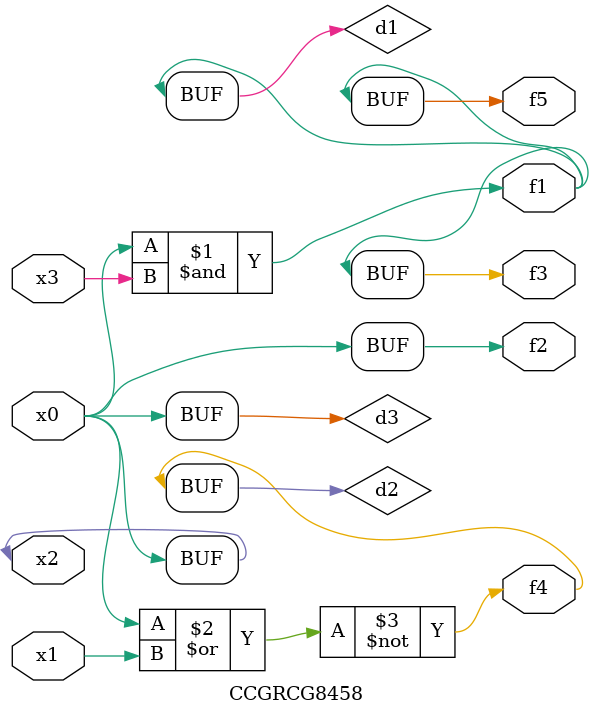
<source format=v>
module CCGRCG8458(
	input x0, x1, x2, x3,
	output f1, f2, f3, f4, f5
);

	wire d1, d2, d3;

	and (d1, x2, x3);
	nor (d2, x0, x1);
	buf (d3, x0, x2);
	assign f1 = d1;
	assign f2 = d3;
	assign f3 = d1;
	assign f4 = d2;
	assign f5 = d1;
endmodule

</source>
